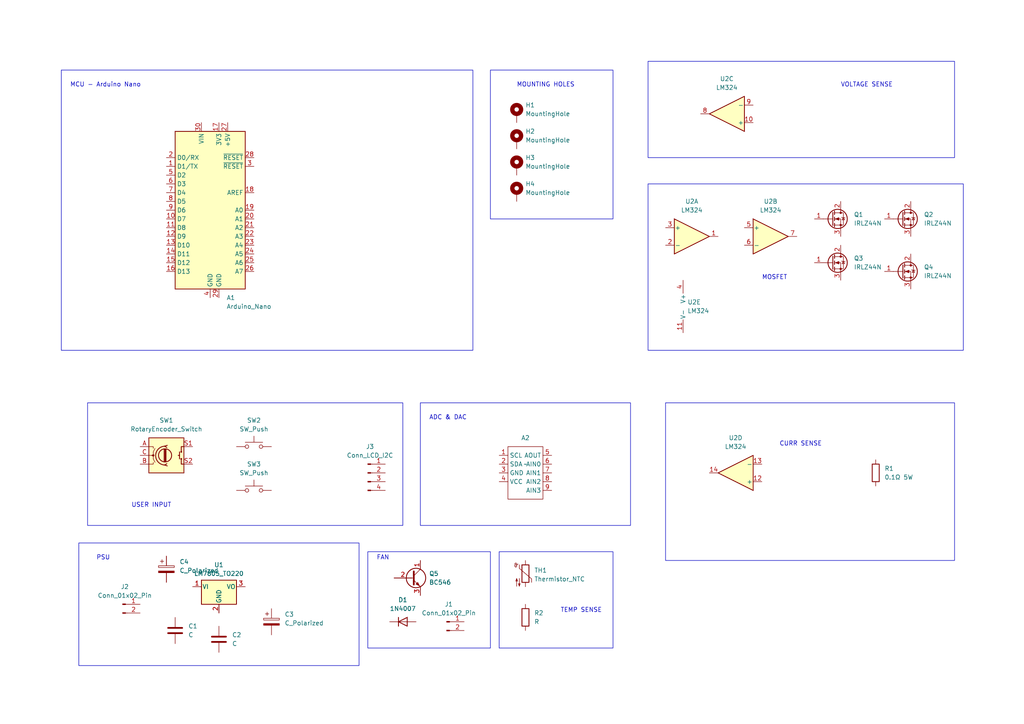
<source format=kicad_sch>
(kicad_sch (version 20230121) (generator eeschema)
  (paper "A4")
  (lib_symbols
    (symbol "Amplifier_Operational:LM324" (pin_names (offset 0.127))
      (property "Reference" "U" (at 0 5.08 0))
      (property "Value" "LM324" (at 0 -5.08 0))
      (symbol "LM324_1_1"
        (polyline (pts (xy -5.08 5.08) (xy 5.08 0) (xy -5.08 -5.08) (xy -5.08 5.08)) (stroke (width 0.254)) (fill (type background)))
        (pin output line (at 7.62 0 180) (length 2.54) (name "~") (number "1"))
        (pin input line (at -7.62 -2.54 0) (length 2.54) (name "-") (number "2"))
        (pin input line (at -7.62 2.54 0) (length 2.54) (name "+") (number "3"))
      )
      (symbol "LM324_2_1"
        (polyline (pts (xy -5.08 5.08) (xy 5.08 0) (xy -5.08 -5.08) (xy -5.08 5.08)) (stroke (width 0.254)) (fill (type background)))
        (pin input line (at -7.62 2.54 0) (length 2.54) (name "+") (number "5"))
        (pin input line (at -7.62 -2.54 0) (length 2.54) (name "-") (number "6"))
        (pin output line (at 7.62 0 180) (length 2.54) (name "~") (number "7"))
      )
      (symbol "LM324_3_1"
        (polyline (pts (xy -5.08 5.08) (xy 5.08 0) (xy -5.08 -5.08) (xy -5.08 5.08)) (stroke (width 0.254)) (fill (type background)))
        (pin input line (at -7.62 2.54 0) (length 2.54) (name "+") (number "10"))
        (pin output line (at 7.62 0 180) (length 2.54) (name "~") (number "8"))
        (pin input line (at -7.62 -2.54 0) (length 2.54) (name "-") (number "9"))
      )
      (symbol "LM324_4_1"
        (polyline (pts (xy -5.08 5.08) (xy 5.08 0) (xy -5.08 -5.08) (xy -5.08 5.08)) (stroke (width 0.254)) (fill (type background)))
        (pin input line (at -7.62 2.54 0) (length 2.54) (name "+") (number "12"))
        (pin input line (at -7.62 -2.54 0) (length 2.54) (name "-") (number "13"))
        (pin output line (at 7.62 0 180) (length 2.54) (name "~") (number "14"))
      )
      (symbol "LM324_5_1"
        (pin power_in line (at -2.54 -7.62 90) (length 3.81) (name "V-") (number "11"))
        (pin power_in line (at -2.54 7.62 270) (length 3.81) (name "V+") (number "4"))
      )
    )
    (symbol "Connector:Conn_01x02_Pin" (pin_names (offset 1.016) hide)
      (property "Reference" "J" (at 0 2.54 0))
      (property "Value" "Conn_01x02_Pin" (at 0 -5.08 0))
      (symbol "Conn_01x02_Pin_1_1"
        (polyline (pts (xy 1.27 -2.54) (xy 0.8636 -2.54)) (stroke (width 0.1524)))
        (polyline (pts (xy 1.27 0) (xy 0.8636 0)) (stroke (width 0.1524)))
        (rectangle (start 0.8636 -2.413) (end 0 -2.667) (stroke (width 0.1524)) (fill (type outline)))
        (rectangle (start 0.8636 0.127) (end 0 -0.127) (stroke (width 0.1524)) (fill (type outline)))
        (pin passive line (at 5.08 0 180) (length 3.81) (name "Pin_1") (number "1"))
        (pin passive line (at 5.08 -2.54 180) (length 3.81) (name "Pin_2") (number "2"))
      )
    )
    (symbol "Connector:Conn_01x04_Pin" (pin_names (offset 1.016) hide)
      (property "Reference" "J" (at 0 5.08 0))
      (property "Value" "Conn_01x04_Pin" (at 0 -7.62 0))
      (symbol "Conn_01x04_Pin_1_1"
        (polyline (pts (xy 1.27 -5.08) (xy 0.8636 -5.08)) (stroke (width 0.1524)))
        (polyline (pts (xy 1.27 -2.54) (xy 0.8636 -2.54)) (stroke (width 0.1524)))
        (polyline (pts (xy 1.27 0) (xy 0.8636 0)) (stroke (width 0.1524)))
        (polyline (pts (xy 1.27 2.54) (xy 0.8636 2.54)) (stroke (width 0.1524)))
        (rectangle (start 0.8636 -4.953) (end 0 -5.207) (stroke (width 0.1524)) (fill (type outline)))
        (rectangle (start 0.8636 -2.413) (end 0 -2.667) (stroke (width 0.1524)) (fill (type outline)))
        (rectangle (start 0.8636 0.127) (end 0 -0.127) (stroke (width 0.1524)) (fill (type outline)))
        (rectangle (start 0.8636 2.667) (end 0 2.413) (stroke (width 0.1524)) (fill (type outline)))
        (pin passive line (at 5.08 2.54 180) (length 3.81) (name "Pin_1") (number "1"))
        (pin passive line (at 5.08 0 180) (length 3.81) (name "Pin_2") (number "2"))
        (pin passive line (at 5.08 -2.54 180) (length 3.81) (name "Pin_3") (number "3"))
        (pin passive line (at 5.08 -5.08 180) (length 3.81) (name "Pin_4") (number "4"))
      )
    )
    (symbol "Device:C" (pin_numbers hide) (pin_names (offset 0.254))
      (property "Reference" "C" (at 0.635 2.54 0))
      (property "Value" "C" (at 0.635 -2.54 0))
      (symbol "C_0_1"
        (polyline (pts (xy -2.032 -0.762) (xy 2.032 -0.762)) (stroke (width 0.508)))
        (polyline (pts (xy -2.032 0.762) (xy 2.032 0.762)) (stroke (width 0.508)))
      )
      (symbol "C_1_1"
        (pin passive line (at 0 3.81 270) (length 2.794) (name "~") (number "1"))
        (pin passive line (at 0 -3.81 90) (length 2.794) (name "~") (number "2"))
      )
    )
    (symbol "Device:C_Polarized" (pin_numbers hide) (pin_names (offset 0.254))
      (property "Reference" "C" (at 0.635 2.54 0))
      (property "Value" "C_Polarized" (at 0.635 -2.54 0))
      (symbol "C_Polarized_0_1"
        (rectangle (start -2.286 0.508) (end 2.286 1.016))
        (polyline (pts (xy -1.778 2.286) (xy -0.762 2.286)))
        (polyline (pts (xy -1.27 2.794) (xy -1.27 1.778)))
        (rectangle (start 2.286 -0.508) (end -2.286 -1.016) (fill (type outline)))
      )
      (symbol "C_Polarized_1_1"
        (pin passive line (at 0 3.81 270) (length 2.794) (name "~") (number "1"))
        (pin passive line (at 0 -3.81 90) (length 2.794) (name "~") (number "2"))
      )
    )
    (symbol "Device:R" (pin_numbers hide) (pin_names (offset 0))
      (property "Reference" "R" (at 2.032 0 90))
      (property "Value" "R" (at 0 0 90))
      (symbol "R_0_1"
        (rectangle (start -1.016 -2.54) (end 1.016 2.54) (stroke (width 0.254)))
      )
      (symbol "R_1_1"
        (pin passive line (at 0 3.81 270) (length 1.27) (name "~") (number "1"))
        (pin passive line (at 0 -3.81 90) (length 1.27) (name "~") (number "2"))
      )
    )
    (symbol "Device:RotaryEncoder_Switch" (pin_names (offset 0.254) hide)
      (property "Reference" "SW" (at 0 6.604 0))
      (property "Value" "RotaryEncoder_Switch" (at 0 -6.604 0))
      (symbol "RotaryEncoder_Switch_0_1"
        (rectangle (start -5.08 5.08) (end 5.08 -5.08) (stroke (width 0.254)) (fill (type background)))
        (circle (center -3.81 0) (radius 0.254) (fill (type outline)))
        (circle (center -0.381 0) (radius 1.905) (stroke (width 0.254)))
        (arc (start -0.381 2.667) (mid -3.0988 -0.0635) (end -0.381 -2.794) (stroke (width 0.254)))
        (polyline (pts (xy -0.635 -1.778) (xy -0.635 1.778)) (stroke (width 0.254)))
        (polyline (pts (xy -0.381 -1.778) (xy -0.381 1.778)) (stroke (width 0.254)))
        (polyline (pts (xy -0.127 1.778) (xy -0.127 -1.778)) (stroke (width 0.254)))
        (polyline (pts (xy 3.81 0) (xy 3.429 0)) (stroke (width 0.254)))
        (polyline (pts (xy 3.81 1.016) (xy 3.81 -1.016)) (stroke (width 0.254)))
        (polyline (pts (xy -5.08 -2.54) (xy -3.81 -2.54) (xy -3.81 -2.032)))
        (polyline (pts (xy -5.08 2.54) (xy -3.81 2.54) (xy -3.81 2.032)))
        (polyline (pts (xy 0.254 -3.048) (xy -0.508 -2.794) (xy 0.127 -2.413)) (stroke (width 0.254)))
        (polyline (pts (xy 0.254 2.921) (xy -0.508 2.667) (xy 0.127 2.286)) (stroke (width 0.254)))
        (polyline (pts (xy 5.08 -2.54) (xy 4.318 -2.54) (xy 4.318 -1.016)) (stroke (width 0.254)))
        (polyline (pts (xy 5.08 2.54) (xy 4.318 2.54) (xy 4.318 1.016)) (stroke (width 0.254)))
        (polyline (pts (xy -5.08 0) (xy -3.81 0) (xy -3.81 -1.016) (xy -3.302 -2.032)))
        (polyline (pts (xy -4.318 0) (xy -3.81 0) (xy -3.81 1.016) (xy -3.302 2.032)))
        (circle (center 4.318 -1.016) (radius 0.127) (stroke (width 0.254)))
        (circle (center 4.318 1.016) (radius 0.127) (stroke (width 0.254)))
      )
      (symbol "RotaryEncoder_Switch_1_1"
        (pin passive line (at -7.62 2.54 0) (length 2.54) (name "A") (number "A"))
        (pin passive line (at -7.62 -2.54 0) (length 2.54) (name "B") (number "B"))
        (pin passive line (at -7.62 0 0) (length 2.54) (name "C") (number "C"))
        (pin passive line (at 7.62 2.54 180) (length 2.54) (name "S1") (number "S1"))
        (pin passive line (at 7.62 -2.54 180) (length 2.54) (name "S2") (number "S2"))
      )
    )
    (symbol "Device:Thermistor_NTC" (pin_numbers hide) (pin_names (offset 0))
      (property "Reference" "TH" (at -4.445 0 90))
      (property "Value" "Thermistor_NTC" (at 3.175 0 90))
      (symbol "Thermistor_NTC_0_1"
        (arc (start -3.048 2.159) (mid -3.0495 2.3143) (end -3.175 2.413))
        (arc (start -3.048 2.159) (mid -2.9736 1.9794) (end -2.794 1.905))
        (arc (start -3.048 2.794) (mid -2.9736 2.6144) (end -2.794 2.54))
        (arc (start -2.794 1.905) (mid -2.6144 1.9794) (end -2.54 2.159))
        (arc (start -2.794 2.54) (mid -2.4393 2.5587) (end -2.159 2.794))
        (arc (start -2.794 3.048) (mid -2.9736 2.9736) (end -3.048 2.794))
        (arc (start -2.54 2.794) (mid -2.6144 2.9736) (end -2.794 3.048))
        (rectangle (start -1.016 2.54) (end 1.016 -2.54) (stroke (width 0.254)))
        (polyline (pts (xy -2.54 2.159) (xy -2.54 2.794)))
        (polyline (pts (xy -1.778 2.54) (xy -1.778 1.524) (xy 1.778 -1.524) (xy 1.778 -2.54)))
        (polyline (pts (xy -2.54 -3.683) (xy -2.54 -1.397) (xy -2.794 -2.159) (xy -2.286 -2.159) (xy -2.54 -1.397) (xy -2.54 -1.651)) (fill (type outline)))
        (polyline (pts (xy -1.778 -1.397) (xy -1.778 -3.683) (xy -2.032 -2.921) (xy -1.524 -2.921) (xy -1.778 -3.683) (xy -1.778 -3.429)) (fill (type outline)))
      )
      (symbol "Thermistor_NTC_1_1"
        (pin passive line (at 0 3.81 270) (length 1.27) (name "~") (number "1"))
        (pin passive line (at 0 -3.81 90) (length 1.27) (name "~") (number "2"))
      )
    )
    (symbol "Diode:1N4007" (pin_numbers hide) (pin_names hide)
      (property "Reference" "D" (at 0 2.54 0))
      (property "Value" "1N4007" (at 0 -2.54 0))
      (symbol "1N4007_0_1"
        (polyline (pts (xy -1.27 1.27) (xy -1.27 -1.27)) (stroke (width 0.254)))
        (polyline (pts (xy 1.27 0) (xy -1.27 0)))
        (polyline (pts (xy 1.27 1.27) (xy 1.27 -1.27) (xy -1.27 0) (xy 1.27 1.27)) (stroke (width 0.254)))
      )
      (symbol "1N4007_1_1"
        (pin passive line (at -3.81 0 0) (length 2.54) (name "K") (number "1"))
        (pin passive line (at 3.81 0 180) (length 2.54) (name "A") (number "2"))
      )
    )
    (symbol "MCU_Module:Arduino_Nano_v3.x"
      (property "Reference" "A" (at -10.16 23.495 0))
      (property "Value" "Arduino_Nano_v3.x" (at 5.08 -24.13 0))
      (symbol "Arduino_Nano_v3.x_0_1"
        (rectangle (start -10.16 22.86) (end 10.16 -22.86) (stroke (width 0.254)) (fill (type background)))
      )
      (symbol "Arduino_Nano_v3.x_1_1"
        (pin bidirectional line (at -12.7 12.7 0) (length 2.54) (name "D1/TX") (number "1"))
        (pin bidirectional line (at -12.7 -2.54 0) (length 2.54) (name "D7") (number "10"))
        (pin bidirectional line (at -12.7 -5.08 0) (length 2.54) (name "D8") (number "11"))
        (pin bidirectional line (at -12.7 -7.62 0) (length 2.54) (name "D9") (number "12"))
        (pin bidirectional line (at -12.7 -10.16 0) (length 2.54) (name "D10") (number "13"))
        (pin bidirectional line (at -12.7 -12.7 0) (length 2.54) (name "D11") (number "14"))
        (pin bidirectional line (at -12.7 -15.24 0) (length 2.54) (name "D12") (number "15"))
        (pin bidirectional line (at -12.7 -17.78 0) (length 2.54) (name "D13") (number "16"))
        (pin power_out line (at 2.54 25.4 270) (length 2.54) (name "3V3") (number "17"))
        (pin input line (at 12.7 5.08 180) (length 2.54) (name "AREF") (number "18"))
        (pin bidirectional line (at 12.7 0 180) (length 2.54) (name "A0") (number "19"))
        (pin bidirectional line (at -12.7 15.24 0) (length 2.54) (name "D0/RX") (number "2"))
        (pin bidirectional line (at 12.7 -2.54 180) (length 2.54) (name "A1") (number "20"))
        (pin bidirectional line (at 12.7 -5.08 180) (length 2.54) (name "A2") (number "21"))
        (pin bidirectional line (at 12.7 -7.62 180) (length 2.54) (name "A3") (number "22"))
        (pin bidirectional line (at 12.7 -10.16 180) (length 2.54) (name "A4") (number "23"))
        (pin bidirectional line (at 12.7 -12.7 180) (length 2.54) (name "A5") (number "24"))
        (pin bidirectional line (at 12.7 -15.24 180) (length 2.54) (name "A6") (number "25"))
        (pin bidirectional line (at 12.7 -17.78 180) (length 2.54) (name "A7") (number "26"))
        (pin power_out line (at 5.08 25.4 270) (length 2.54) (name "+5V") (number "27"))
        (pin input line (at 12.7 15.24 180) (length 2.54) (name "~{RESET}") (number "28"))
        (pin power_in line (at 2.54 -25.4 90) (length 2.54) (name "GND") (number "29"))
        (pin input line (at 12.7 12.7 180) (length 2.54) (name "~{RESET}") (number "3"))
        (pin power_in line (at -2.54 25.4 270) (length 2.54) (name "VIN") (number "30"))
        (pin power_in line (at 0 -25.4 90) (length 2.54) (name "GND") (number "4"))
        (pin bidirectional line (at -12.7 10.16 0) (length 2.54) (name "D2") (number "5"))
        (pin bidirectional line (at -12.7 7.62 0) (length 2.54) (name "D3") (number "6"))
        (pin bidirectional line (at -12.7 5.08 0) (length 2.54) (name "D4") (number "7"))
        (pin bidirectional line (at -12.7 2.54 0) (length 2.54) (name "D5") (number "8"))
        (pin bidirectional line (at -12.7 0 0) (length 2.54) (name "D6") (number "9"))
      )
    )
    (symbol "Mechanical:MountingHole_Pad" (pin_numbers hide) (pin_names (offset 1.016) hide)
      (property "Reference" "H" (at 0 6.35 0))
      (property "Value" "MountingHole_Pad" (at 0 4.445 0))
      (symbol "MountingHole_Pad_0_1"
        (circle (center 0 1.27) (radius 1.27) (stroke (width 1.27)))
      )
      (symbol "MountingHole_Pad_1_1"
        (pin input line (at 0 -2.54 90) (length 2.54) (name "1") (number "1"))
      )
    )
    (symbol "MyLibrary:PCF8591_ADC_DAC"
      (property "Reference" "A" (at 0 10.16 0))
      (symbol "PCF8591_ADC_DAC_0_1"
        (rectangle (start -5.08 7.62) (end 5.08 -7.62))
      )
      (symbol "PCF8591_ADC_DAC_1_1"
        (pin input line (at -7.62 5.08 0) (length 2.54) (name "SCL") (number "1"))
        (pin input line (at -7.62 2.54 0) (length 2.54) (name "SDA") (number "2"))
        (pin input line (at -7.62 0 0) (length 2.54) (name "GND") (number "3"))
        (pin input line (at -7.62 -2.54 0) (length 2.54) (name "VCC") (number "4"))
        (pin output line (at 7.62 5.08 180) (length 2.54) (name "AOUT") (number "5"))
        (pin output line (at 7.62 2.54 180) (length 2.54) (name "AIN0") (number "6"))
        (pin output line (at 7.62 0 180) (length 2.54) (name "AIN1") (number "7"))
        (pin output line (at 7.62 -2.54 180) (length 2.54) (name "AIN2") (number "8"))
        (pin output line (at 7.62 -5.08 180) (length 2.54) (name "AIN3") (number "9"))
      )
    )
    (symbol "Regulator_Linear:LM7805_TO220" (pin_names (offset 0.254))
      (property "Reference" "U" (at -3.81 3.175 0))
      (property "Value" "LM7805_TO220" (at 0 3.175 0))
      (symbol "LM7805_TO220_0_1"
        (rectangle (start -5.08 1.905) (end 5.08 -5.08) (stroke (width 0.254)) (fill (type background)))
      )
      (symbol "LM7805_TO220_1_1"
        (pin power_in line (at -7.62 0 0) (length 2.54) (name "VI") (number "1"))
        (pin power_in line (at 0 -7.62 90) (length 2.54) (name "GND") (number "2"))
        (pin power_out line (at 7.62 0 180) (length 2.54) (name "VO") (number "3"))
      )
    )
    (symbol "Switch:SW_Push" (pin_numbers hide) (pin_names (offset 1.016) hide)
      (property "Reference" "SW" (at 1.27 2.54 0))
      (property "Value" "SW_Push" (at 0 -1.524 0))
      (symbol "SW_Push_0_1"
        (circle (center -2.032 0) (radius 0.508))
        (polyline (pts (xy 0 1.27) (xy 0 3.048)))
        (polyline (pts (xy 2.54 1.27) (xy -2.54 1.27)))
        (circle (center 2.032 0) (radius 0.508))
        (pin passive line (at -5.08 0 0) (length 2.54) (name "1") (number "1"))
        (pin passive line (at 5.08 0 180) (length 2.54) (name "2") (number "2"))
      )
    )
    (symbol "Transistor_BJT:BC546" (pin_names (offset 0) hide)
      (property "Reference" "Q" (at 5.08 1.905 0))
      (property "Value" "BC546" (at 5.08 0 0))
      (symbol "BC546_0_1"
        (polyline (pts (xy 0 0) (xy 0.635 0)))
        (polyline (pts (xy 0.635 0.635) (xy 2.54 2.54)))
        (polyline (pts (xy 0.635 -0.635) (xy 2.54 -2.54) (xy 2.54 -2.54)))
        (polyline (pts (xy 0.635 1.905) (xy 0.635 -1.905) (xy 0.635 -1.905)) (stroke (width 0.508)))
        (polyline (pts (xy 1.27 -1.778) (xy 1.778 -1.27) (xy 2.286 -2.286) (xy 1.27 -1.778) (xy 1.27 -1.778)) (fill (type outline)))
        (circle (center 1.27 0) (radius 2.8194) (stroke (width 0.254)))
      )
      (symbol "BC546_1_1"
        (pin passive line (at 2.54 5.08 270) (length 2.54) (name "C") (number "1"))
        (pin input line (at -5.08 0 0) (length 5.08) (name "B") (number "2"))
        (pin passive line (at 2.54 -5.08 90) (length 2.54) (name "E") (number "3"))
      )
    )
    (symbol "Transistor_FET:IRLZ44N" (pin_names hide)
      (property "Reference" "Q" (at 6.35 1.905 0))
      (property "Value" "IRLZ44N" (at 6.35 0 0))
      (symbol "IRLZ44N_0_1"
        (polyline (pts (xy 0.254 0) (xy -2.54 0)))
        (polyline (pts (xy 0.254 1.905) (xy 0.254 -1.905)) (stroke (width 0.254)))
        (polyline (pts (xy 0.762 -1.27) (xy 0.762 -2.286)) (stroke (width 0.254)))
        (polyline (pts (xy 0.762 0.508) (xy 0.762 -0.508)) (stroke (width 0.254)))
        (polyline (pts (xy 0.762 2.286) (xy 0.762 1.27)) (stroke (width 0.254)))
        (polyline (pts (xy 2.54 2.54) (xy 2.54 1.778)))
        (polyline (pts (xy 2.54 -2.54) (xy 2.54 0) (xy 0.762 0)))
        (polyline (pts (xy 0.762 -1.778) (xy 3.302 -1.778) (xy 3.302 1.778) (xy 0.762 1.778)))
        (polyline (pts (xy 1.016 0) (xy 2.032 0.381) (xy 2.032 -0.381) (xy 1.016 0)) (fill (type outline)))
        (polyline (pts (xy 2.794 0.508) (xy 2.921 0.381) (xy 3.683 0.381) (xy 3.81 0.254)))
        (polyline (pts (xy 3.302 0.381) (xy 2.921 -0.254) (xy 3.683 -0.254) (xy 3.302 0.381)))
        (circle (center 1.651 0) (radius 2.794) (stroke (width 0.254)))
        (circle (center 2.54 -1.778) (radius 0.254) (fill (type outline)))
        (circle (center 2.54 1.778) (radius 0.254) (fill (type outline)))
      )
      (symbol "IRLZ44N_1_1"
        (pin input line (at -5.08 0 0) (length 2.54) (name "G") (number "1"))
        (pin passive line (at 2.54 5.08 270) (length 2.54) (name "D") (number "2"))
        (pin passive line (at 2.54 -5.08 90) (length 2.54) (name "S") (number "3"))
      )
    )
  )
  (rectangle (start 106.68 160.02) (end 142.24 187.96))
  (rectangle (start 142.24 20.32) (end 177.8 63.5))
  (rectangle (start 22.86 157.48) (end 104.14 193.04))
  (rectangle (start 187.96 17.78) (end 276.86 45.72))
  (rectangle (start 144.78 160.02) (end 177.8 187.96))
  (rectangle (start 193.04 116.84) (end 276.86 162.56))
  (rectangle (start 17.78 20.32) (end 137.16 101.6))
  (rectangle (start 187.96 53.34) (end 279.4 101.6))
  (rectangle (start 25.4 116.84) (end 116.84 152.4))
  (rectangle (start 121.92 116.84) (end 182.88 152.4))
  (text "VOLTAGE SENSE" (at 243.84 25.4 0) (effects (font (size 1.27 1.27)) (justify left bottom)))
  (text "USER INPUT" (at 38.1 147.32 0) (effects (font (size 1.27 1.27)) (justify left bottom)))
  (text "TEMP SENSE" (at 162.56 177.8 0) (effects (font (size 1.27 1.27)) (justify left bottom)))
  (text "ADC & DAC" (at 124.46 121.92 0) (effects (font (size 1.27 1.27)) (justify left bottom)))
  (text "MOUNTING HOLES" (at 149.86 25.4 0) (effects (font (size 1.27 1.27)) (justify left bottom)))
  (text "FAN" (at 109.22 162.56 0) (effects (font (size 1.27 1.27)) (justify left bottom)))
  (text "MOSFET" (at 220.98 81.28 0) (effects (font (size 1.27 1.27)) (justify left bottom)))
  (text "MCU - Arduino Nano" (at 20.32 25.4 0) (effects (font (size 1.27 1.27)) (justify left bottom)))
  (text "PSU" (at 27.94 162.56 0) (effects (font (size 1.27 1.27)) (justify left bottom)))
  (text "CURR SENSE" (at 226.06 129.54 0) (effects (font (size 1.27 1.27)) (justify left bottom)))
  (symbol (lib_id "Regulator_Linear:LM7805_TO220") (at 63.5 170.18 0) (unit 1)
    (property "Reference" "U1" (at 63.5 163.83 0))
    (property "Value" "LM7805_TO220" (at 63.5 166.37 0))
    (property "Footprint" "Package_TO_SOT_THT:TO-220-3_Vertical" (effects hide))
    (property "Datasheet" "https://www.onsemi.cn/PowerSolutions/document/MC7800-D.PDF" (effects hide))
  )
  (symbol (lib_id "Amplifier_Operational:LM324") (at 200.66 88.9 0) (unit 5)
    (property "Reference" "U2" (at 199.39 87.63 0) (effects (justify left)))
    (property "Value" "LM324" (at 199.39 90.17 0) (effects (justify left)))
    (property "Datasheet" "http://www.ti.com/lit/ds/symlink/lm2902-n.pdf" (effects hide))
  )
  (symbol (lib_id "Transistor_BJT:BC546") (at 119.38 167.64 0) (unit 1)
    (property "Reference" "Q5" (at 124.46 166.37 0) (effects (justify left)))
    (property "Value" "BC546" (at 124.46 168.91 0) (effects (justify left)))
    (property "Footprint" "Package_TO_SOT_THT:TO-92_Inline" (effects hide))
    (property "Datasheet" "https://www.onsemi.com/pub/Collateral/BC550-D.pdf" (effects hide))
  )
  (symbol (lib_id "Device:C_Polarized") (at 78.74 180.34 0) (unit 1)
    (property "Reference" "C3" (at 82.55 178.181 0) (effects (justify left)))
    (property "Value" "C_Polarized" (at 82.55 180.721 0) (effects (justify left)))
  )
  (symbol (lib_id "Transistor_FET:IRLZ44N") (at 261.62 78.74 0) (unit 1)
    (property "Reference" "Q4" (at 267.97 77.47 0) (effects (justify left)))
    (property "Value" "IRLZ44N" (at 267.97 80.01 0) (effects (justify left)))
    (property "Footprint" "Package_TO_SOT_THT:TO-220-3_Vertical" (effects hide))
    (property "Datasheet" "http://www.irf.com/product-info/datasheets/data/irlz44n.pdf" (effects hide))
  )
  (symbol (lib_id "Device:R") (at 152.4 179.07 0) (unit 1)
    (property "Reference" "R2" (at 154.94 177.8 0) (effects (justify left)))
    (property "Value" "R" (at 154.94 180.34 0) (effects (justify left)))
  )
  (symbol (lib_id "MyLibrary:PCF8591_ADC_DAC") (at 152.4 137.16 0) (unit 1)
    (property "Reference" "A2" (at 152.4 127 0))
    (property "Value" "~" (at 152.4 134.62 0))
  )
  (symbol (lib_id "Device:RotaryEncoder_Switch") (at 48.26 132.08 0) (unit 1)
    (property "Reference" "SW1" (at 48.26 121.92 0))
    (property "Value" "RotaryEncoder_Switch" (at 48.26 124.46 0))
  )
  (symbol (lib_id "Connector:Conn_01x04_Pin") (at 106.68 137.16 0) (unit 1)
    (property "Reference" "J3" (at 107.315 129.54 0))
    (property "Value" "Conn_LCD_I2C" (at 107.315 132.08 0))
  )
  (symbol (lib_id "Device:Thermistor_NTC") (at 152.4 166.37 0) (unit 1)
    (property "Reference" "TH1" (at 154.94 165.4175 0) (effects (justify left)))
    (property "Value" "Thermistor_NTC" (at 154.94 167.9575 0) (effects (justify left)))
  )
  (symbol (lib_id "Amplifier_Operational:LM324") (at 200.66 68.58 0) (unit 1)
    (property "Reference" "U2" (at 200.66 58.42 0))
    (property "Value" "LM324" (at 200.66 60.96 0))
    (property "Datasheet" "http://www.ti.com/lit/ds/symlink/lm2902-n.pdf" (effects hide))
  )
  (symbol (lib_id "Mechanical:MountingHole_Pad") (at 149.86 48.26 0) (unit 1)
    (property "Reference" "H3" (at 152.4 45.72 0) (effects (justify left)))
    (property "Value" "MountingHole" (at 152.4 48.26 0) (effects (justify left)))
  )
  (symbol (lib_id "Amplifier_Operational:LM324") (at 223.52 68.58 0) (unit 2)
    (property "Reference" "U2" (at 223.52 58.42 0))
    (property "Value" "LM324" (at 223.52 60.96 0))
    (property "Datasheet" "http://www.ti.com/lit/ds/symlink/lm2902-n.pdf" (effects hide))
  )
  (symbol (lib_id "Switch:SW_Push") (at 73.66 129.54 0) (unit 1)
    (property "Reference" "SW2" (at 73.66 121.92 0))
    (property "Value" "SW_Push" (at 73.66 124.46 0))
  )
  (symbol (lib_id "Amplifier_Operational:LM324") (at 210.82 33.02 180) (unit 3)
    (property "Reference" "U2" (at 210.82 22.86 0))
    (property "Value" "LM324" (at 210.82 25.4 0))
    (property "Datasheet" "http://www.ti.com/lit/ds/symlink/lm2902-n.pdf" (effects hide))
  )
  (symbol (lib_id "Amplifier_Operational:LM324") (at 213.36 137.16 180) (unit 4)
    (property "Reference" "U2" (at 213.36 127 0))
    (property "Value" "LM324" (at 213.36 129.54 0))
    (property "Datasheet" "http://www.ti.com/lit/ds/symlink/lm2902-n.pdf" (effects hide))
  )
  (symbol (lib_id "Mechanical:MountingHole_Pad") (at 149.86 40.64 0) (unit 1)
    (property "Reference" "H2" (at 152.4 38.1 0) (effects (justify left)))
    (property "Value" "MountingHole" (at 152.4 40.64 0) (effects (justify left)))
  )
  (symbol (lib_id "Transistor_FET:IRLZ44N") (at 241.3 76.2 0) (unit 1)
    (property "Reference" "Q3" (at 247.65 74.93 0) (effects (justify left)))
    (property "Value" "IRLZ44N" (at 247.65 77.47 0) (effects (justify left)))
    (property "Footprint" "Package_TO_SOT_THT:TO-220-3_Vertical" (effects hide))
    (property "Datasheet" "http://www.irf.com/product-info/datasheets/data/irlz44n.pdf" (effects hide))
  )
  (symbol (lib_id "Device:C") (at 50.8 182.88 0) (unit 1)
    (property "Reference" "C1" (at 54.61 181.61 0) (effects (justify left)))
    (property "Value" "C" (at 54.61 184.15 0) (effects (justify left)))
  )
  (symbol (lib_id "Transistor_FET:IRLZ44N") (at 241.3 63.5 0) (unit 1)
    (property "Reference" "Q1" (at 247.65 62.23 0) (effects (justify left)))
    (property "Value" "IRLZ44N" (at 247.65 64.77 0) (effects (justify left)))
    (property "Footprint" "Package_TO_SOT_THT:TO-220-3_Vertical" (effects hide))
    (property "Datasheet" "http://www.irf.com/product-info/datasheets/data/irlz44n.pdf" (effects hide))
  )
  (symbol (lib_id "Mechanical:MountingHole_Pad") (at 149.86 55.88 0) (unit 1)
    (property "Reference" "H4" (at 152.4 53.34 0) (effects (justify left)))
    (property "Value" "MountingHole" (at 152.4 55.88 0) (effects (justify left)))
  )
  (symbol (lib_id "Connector:Conn_01x02_Pin") (at 35.56 175.26 0) (unit 1)
    (property "Reference" "J2" (at 36.195 170.18 0))
    (property "Value" "Conn_01x02_Pin" (at 36.195 172.72 0))
  )
  (symbol (lib_id "Mechanical:MountingHole_Pad") (at 149.86 33.02 0) (unit 1)
    (property "Reference" "H1" (at 152.4 30.48 0) (effects (justify left)))
    (property "Value" "MountingHole" (at 152.4 33.02 0) (effects (justify left)))
  )
  (symbol (lib_id "Connector:Conn_01x02_Pin") (at 129.54 180.34 0) (unit 1)
    (property "Reference" "J1" (at 130.175 175.26 0))
    (property "Value" "Conn_01x02_Pin" (at 130.175 177.8 0))
  )
  (symbol (lib_id "Device:C") (at 63.5 185.42 0) (unit 1)
    (property "Reference" "C2" (at 67.31 184.15 0) (effects (justify left)))
    (property "Value" "C" (at 67.31 186.69 0) (effects (justify left)))
  )
  (symbol (lib_id "Switch:SW_Push") (at 73.66 142.24 0) (unit 1)
    (property "Reference" "SW3" (at 73.66 134.62 0))
    (property "Value" "SW_Push" (at 73.66 137.16 0))
  )
  (symbol (lib_id "Device:R") (at 254 137.16 0) (unit 1)
    (property "Reference" "R1" (at 256.54 135.89 0) (effects (justify left)))
    (property "Value" "0.1Ω 5W" (at 256.54 138.43 0) (effects (justify left)))
  )
  (symbol (lib_id "Transistor_FET:IRLZ44N") (at 261.62 63.5 0) (unit 1)
    (property "Reference" "Q2" (at 267.97 62.23 0) (effects (justify left)))
    (property "Value" "IRLZ44N" (at 267.97 64.77 0) (effects (justify left)))
    (property "Footprint" "Package_TO_SOT_THT:TO-220-3_Vertical" (effects hide))
    (property "Datasheet" "http://www.irf.com/product-info/datasheets/data/irlz44n.pdf" (effects hide))
  )
  (symbol (lib_id "Diode:1N4007") (at 116.84 180.34 0) (unit 1)
    (property "Reference" "D1" (at 116.84 173.99 0))
    (property "Value" "1N4007" (at 116.84 176.53 0))
    (property "Footprint" "Diode_THT:D_DO-41_SOD81_P10.16mm_Horizontal" (effects hide))
    (property "Datasheet" "http://www.vishay.com/docs/88503/1n4001.pdf" (effects hide))
    (property "Sim.Device" "D" (effects hide))
    (property "Sim.Pins" "1=K 2=A" (effects hide))
  )
  (symbol (lib_id "MCU_Module:Arduino_Nano_v3.x") (at 60.96 60.96 0) (unit 1)
    (property "Reference" "A1" (at 65.6941 86.36 0) (effects (justify left)))
    (property "Value" "Arduino_Nano" (at 65.6941 88.9 0) (effects (justify left)))
    (property "Footprint" "Module:Arduino_Nano" (effects hide))
    (property "Datasheet" "http://www.mouser.com/pdfdocs/Gravitech_Arduino_Nano3_0.pdf" (effects hide))
  )
  (symbol (lib_id "Device:C_Polarized") (at 48.26 165.1 0) (unit 1)
    (property "Reference" "C4" (at 52.07 162.941 0) (effects (justify left)))
    (property "Value" "C_Polarized" (at 52.07 165.481 0) (effects (justify left)))
  )
)
</source>
